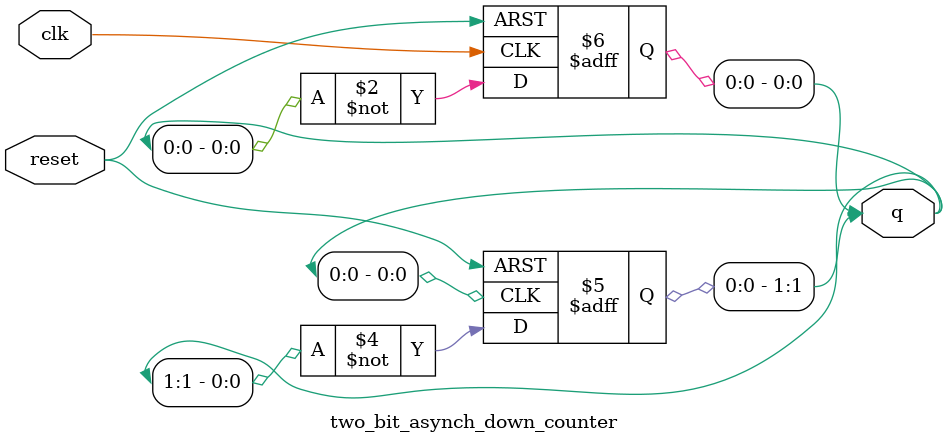
<source format=v>
`timescale 1ns / 1ps

module two_bit_asynch_down_counter(
    input clk, 
    input reset, 
    output reg [1:0] q
    );
    
always @(posedge clk or posedge reset) begin
    if (reset) 
        q[0] <= 1'b0;
    else 
        q[0] <= ~q[0];
end

always @(posedge q[0] or posedge reset) begin
    if (reset) 
        q[1] <= 1'b0;
    else 
        q[1] <= ~q[1];
end

endmodule

</source>
